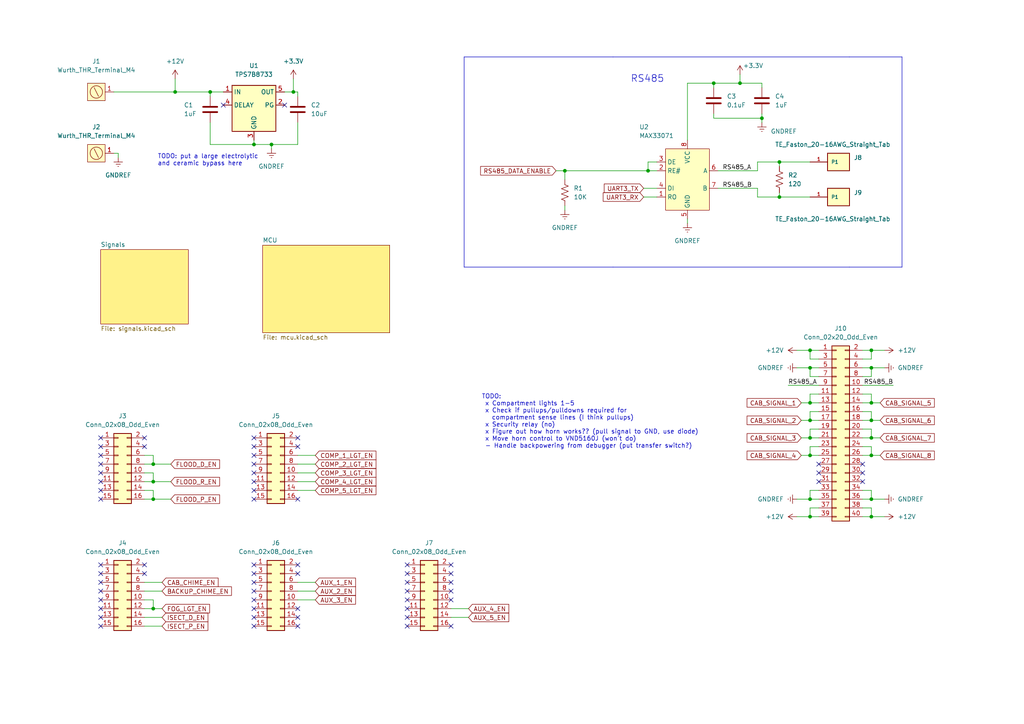
<source format=kicad_sch>
(kicad_sch (version 20230121) (generator eeschema)
  (paper "A4")
  (lib_symbols
    (symbol "Connector_Generic:Conn_02x08_Odd_Even" (pin_names (offset 1.016) hide)
      (property "Reference" "J" (at 1.27 10.16 0))
      (property "Value" "Conn_02x08_Odd_Even" (at 1.27 -12.7 0))
      (symbol "Conn_02x08_Odd_Even_1_1"
        (rectangle (start -1.27 -10.033) (end 0 -10.287) (stroke (width 0.1524)))
        (rectangle (start -1.27 -7.493) (end 0 -7.747) (stroke (width 0.1524)))
        (rectangle (start -1.27 -4.953) (end 0 -5.207) (stroke (width 0.1524)))
        (rectangle (start -1.27 -2.413) (end 0 -2.667) (stroke (width 0.1524)))
        (rectangle (start -1.27 0.127) (end 0 -0.127) (stroke (width 0.1524)))
        (rectangle (start -1.27 2.667) (end 0 2.413) (stroke (width 0.1524)))
        (rectangle (start -1.27 5.207) (end 0 4.953) (stroke (width 0.1524)))
        (rectangle (start -1.27 7.747) (end 0 7.493) (stroke (width 0.1524)))
        (rectangle (start -1.27 8.89) (end 3.81 -11.43) (stroke (width 0.254)) (fill (type background)))
        (rectangle (start 3.81 -10.033) (end 2.54 -10.287) (stroke (width 0.1524)))
        (rectangle (start 3.81 -7.493) (end 2.54 -7.747) (stroke (width 0.1524)))
        (rectangle (start 3.81 -4.953) (end 2.54 -5.207) (stroke (width 0.1524)))
        (rectangle (start 3.81 -2.413) (end 2.54 -2.667) (stroke (width 0.1524)))
        (rectangle (start 3.81 0.127) (end 2.54 -0.127) (stroke (width 0.1524)))
        (rectangle (start 3.81 2.667) (end 2.54 2.413) (stroke (width 0.1524)))
        (rectangle (start 3.81 5.207) (end 2.54 4.953) (stroke (width 0.1524)))
        (rectangle (start 3.81 7.747) (end 2.54 7.493) (stroke (width 0.1524)))
        (pin passive line (at -5.08 7.62 0) (length 3.81) (name "Pin_1") (number "1"))
        (pin passive line (at 7.62 -2.54 180) (length 3.81) (name "Pin_10") (number "10"))
        (pin passive line (at -5.08 -5.08 0) (length 3.81) (name "Pin_11") (number "11"))
        (pin passive line (at 7.62 -5.08 180) (length 3.81) (name "Pin_12") (number "12"))
        (pin passive line (at -5.08 -7.62 0) (length 3.81) (name "Pin_13") (number "13"))
        (pin passive line (at 7.62 -7.62 180) (length 3.81) (name "Pin_14") (number "14"))
        (pin passive line (at -5.08 -10.16 0) (length 3.81) (name "Pin_15") (number "15"))
        (pin passive line (at 7.62 -10.16 180) (length 3.81) (name "Pin_16") (number "16"))
        (pin passive line (at 7.62 7.62 180) (length 3.81) (name "Pin_2") (number "2"))
        (pin passive line (at -5.08 5.08 0) (length 3.81) (name "Pin_3") (number "3"))
        (pin passive line (at 7.62 5.08 180) (length 3.81) (name "Pin_4") (number "4"))
        (pin passive line (at -5.08 2.54 0) (length 3.81) (name "Pin_5") (number "5"))
        (pin passive line (at 7.62 2.54 180) (length 3.81) (name "Pin_6") (number "6"))
        (pin passive line (at -5.08 0 0) (length 3.81) (name "Pin_7") (number "7"))
        (pin passive line (at 7.62 0 180) (length 3.81) (name "Pin_8") (number "8"))
        (pin passive line (at -5.08 -2.54 0) (length 3.81) (name "Pin_9") (number "9"))
      )
    )
    (symbol "Connector_Generic:Conn_02x20_Odd_Even" (pin_names (offset 1.016) hide)
      (property "Reference" "J" (at 1.27 25.4 0))
      (property "Value" "Conn_02x20_Odd_Even" (at 1.27 -27.94 0))
      (symbol "Conn_02x20_Odd_Even_1_1"
        (rectangle (start -1.27 -25.273) (end 0 -25.527) (stroke (width 0.1524)))
        (rectangle (start -1.27 -22.733) (end 0 -22.987) (stroke (width 0.1524)))
        (rectangle (start -1.27 -20.193) (end 0 -20.447) (stroke (width 0.1524)))
        (rectangle (start -1.27 -17.653) (end 0 -17.907) (stroke (width 0.1524)))
        (rectangle (start -1.27 -15.113) (end 0 -15.367) (stroke (width 0.1524)))
        (rectangle (start -1.27 -12.573) (end 0 -12.827) (stroke (width 0.1524)))
        (rectangle (start -1.27 -10.033) (end 0 -10.287) (stroke (width 0.1524)))
        (rectangle (start -1.27 -7.493) (end 0 -7.747) (stroke (width 0.1524)))
        (rectangle (start -1.27 -4.953) (end 0 -5.207) (stroke (width 0.1524)))
        (rectangle (start -1.27 -2.413) (end 0 -2.667) (stroke (width 0.1524)))
        (rectangle (start -1.27 0.127) (end 0 -0.127) (stroke (width 0.1524)))
        (rectangle (start -1.27 2.667) (end 0 2.413) (stroke (width 0.1524)))
        (rectangle (start -1.27 5.207) (end 0 4.953) (stroke (width 0.1524)))
        (rectangle (start -1.27 7.747) (end 0 7.493) (stroke (width 0.1524)))
        (rectangle (start -1.27 10.287) (end 0 10.033) (stroke (width 0.1524)))
        (rectangle (start -1.27 12.827) (end 0 12.573) (stroke (width 0.1524)))
        (rectangle (start -1.27 15.367) (end 0 15.113) (stroke (width 0.1524)))
        (rectangle (start -1.27 17.907) (end 0 17.653) (stroke (width 0.1524)))
        (rectangle (start -1.27 20.447) (end 0 20.193) (stroke (width 0.1524)))
        (rectangle (start -1.27 22.987) (end 0 22.733) (stroke (width 0.1524)))
        (rectangle (start -1.27 24.13) (end 3.81 -26.67) (stroke (width 0.254)) (fill (type background)))
        (rectangle (start 3.81 -25.273) (end 2.54 -25.527) (stroke (width 0.1524)))
        (rectangle (start 3.81 -22.733) (end 2.54 -22.987) (stroke (width 0.1524)))
        (rectangle (start 3.81 -20.193) (end 2.54 -20.447) (stroke (width 0.1524)))
        (rectangle (start 3.81 -17.653) (end 2.54 -17.907) (stroke (width 0.1524)))
        (rectangle (start 3.81 -15.113) (end 2.54 -15.367) (stroke (width 0.1524)))
        (rectangle (start 3.81 -12.573) (end 2.54 -12.827) (stroke (width 0.1524)))
        (rectangle (start 3.81 -10.033) (end 2.54 -10.287) (stroke (width 0.1524)))
        (rectangle (start 3.81 -7.493) (end 2.54 -7.747) (stroke (width 0.1524)))
        (rectangle (start 3.81 -4.953) (end 2.54 -5.207) (stroke (width 0.1524)))
        (rectangle (start 3.81 -2.413) (end 2.54 -2.667) (stroke (width 0.1524)))
        (rectangle (start 3.81 0.127) (end 2.54 -0.127) (stroke (width 0.1524)))
        (rectangle (start 3.81 2.667) (end 2.54 2.413) (stroke (width 0.1524)))
        (rectangle (start 3.81 5.207) (end 2.54 4.953) (stroke (width 0.1524)))
        (rectangle (start 3.81 7.747) (end 2.54 7.493) (stroke (width 0.1524)))
        (rectangle (start 3.81 10.287) (end 2.54 10.033) (stroke (width 0.1524)))
        (rectangle (start 3.81 12.827) (end 2.54 12.573) (stroke (width 0.1524)))
        (rectangle (start 3.81 15.367) (end 2.54 15.113) (stroke (width 0.1524)))
        (rectangle (start 3.81 17.907) (end 2.54 17.653) (stroke (width 0.1524)))
        (rectangle (start 3.81 20.447) (end 2.54 20.193) (stroke (width 0.1524)))
        (rectangle (start 3.81 22.987) (end 2.54 22.733) (stroke (width 0.1524)))
        (pin passive line (at -5.08 22.86 0) (length 3.81) (name "Pin_1") (number "1"))
        (pin passive line (at 7.62 12.7 180) (length 3.81) (name "Pin_10") (number "10"))
        (pin passive line (at -5.08 10.16 0) (length 3.81) (name "Pin_11") (number "11"))
        (pin passive line (at 7.62 10.16 180) (length 3.81) (name "Pin_12") (number "12"))
        (pin passive line (at -5.08 7.62 0) (length 3.81) (name "Pin_13") (number "13"))
        (pin passive line (at 7.62 7.62 180) (length 3.81) (name "Pin_14") (number "14"))
        (pin passive line (at -5.08 5.08 0) (length 3.81) (name "Pin_15") (number "15"))
        (pin passive line (at 7.62 5.08 180) (length 3.81) (name "Pin_16") (number "16"))
        (pin passive line (at -5.08 2.54 0) (length 3.81) (name "Pin_17") (number "17"))
        (pin passive line (at 7.62 2.54 180) (length 3.81) (name "Pin_18") (number "18"))
        (pin passive line (at -5.08 0 0) (length 3.81) (name "Pin_19") (number "19"))
        (pin passive line (at 7.62 22.86 180) (length 3.81) (name "Pin_2") (number "2"))
        (pin passive line (at 7.62 0 180) (length 3.81) (name "Pin_20") (number "20"))
        (pin passive line (at -5.08 -2.54 0) (length 3.81) (name "Pin_21") (number "21"))
        (pin passive line (at 7.62 -2.54 180) (length 3.81) (name "Pin_22") (number "22"))
        (pin passive line (at -5.08 -5.08 0) (length 3.81) (name "Pin_23") (number "23"))
        (pin passive line (at 7.62 -5.08 180) (length 3.81) (name "Pin_24") (number "24"))
        (pin passive line (at -5.08 -7.62 0) (length 3.81) (name "Pin_25") (number "25"))
        (pin passive line (at 7.62 -7.62 180) (length 3.81) (name "Pin_26") (number "26"))
        (pin passive line (at -5.08 -10.16 0) (length 3.81) (name "Pin_27") (number "27"))
        (pin passive line (at 7.62 -10.16 180) (length 3.81) (name "Pin_28") (number "28"))
        (pin passive line (at -5.08 -12.7 0) (length 3.81) (name "Pin_29") (number "29"))
        (pin passive line (at -5.08 20.32 0) (length 3.81) (name "Pin_3") (number "3"))
        (pin passive line (at 7.62 -12.7 180) (length 3.81) (name "Pin_30") (number "30"))
        (pin passive line (at -5.08 -15.24 0) (length 3.81) (name "Pin_31") (number "31"))
        (pin passive line (at 7.62 -15.24 180) (length 3.81) (name "Pin_32") (number "32"))
        (pin passive line (at -5.08 -17.78 0) (length 3.81) (name "Pin_33") (number "33"))
        (pin passive line (at 7.62 -17.78 180) (length 3.81) (name "Pin_34") (number "34"))
        (pin passive line (at -5.08 -20.32 0) (length 3.81) (name "Pin_35") (number "35"))
        (pin passive line (at 7.62 -20.32 180) (length 3.81) (name "Pin_36") (number "36"))
        (pin passive line (at -5.08 -22.86 0) (length 3.81) (name "Pin_37") (number "37"))
        (pin passive line (at 7.62 -22.86 180) (length 3.81) (name "Pin_38") (number "38"))
        (pin passive line (at -5.08 -25.4 0) (length 3.81) (name "Pin_39") (number "39"))
        (pin passive line (at 7.62 20.32 180) (length 3.81) (name "Pin_4") (number "4"))
        (pin passive line (at 7.62 -25.4 180) (length 3.81) (name "Pin_40") (number "40"))
        (pin passive line (at -5.08 17.78 0) (length 3.81) (name "Pin_5") (number "5"))
        (pin passive line (at 7.62 17.78 180) (length 3.81) (name "Pin_6") (number "6"))
        (pin passive line (at -5.08 15.24 0) (length 3.81) (name "Pin_7") (number "7"))
        (pin passive line (at 7.62 15.24 180) (length 3.81) (name "Pin_8") (number "8"))
        (pin passive line (at -5.08 12.7 0) (length 3.81) (name "Pin_9") (number "9"))
      )
    )
    (symbol "Device:C" (pin_numbers hide) (pin_names (offset 0.254))
      (property "Reference" "C" (at 0.635 2.54 0))
      (property "Value" "C" (at 0.635 -2.54 0))
      (symbol "C_0_1"
        (polyline (pts (xy -2.032 -0.762) (xy 2.032 -0.762)) (stroke (width 0.508)))
        (polyline (pts (xy -2.032 0.762) (xy 2.032 0.762)) (stroke (width 0.508)))
      )
      (symbol "C_1_1"
        (pin passive line (at 0 3.81 270) (length 2.794) (name "~") (number "1"))
        (pin passive line (at 0 -3.81 90) (length 2.794) (name "~") (number "2"))
      )
    )
    (symbol "Device:R_US" (pin_numbers hide) (pin_names (offset 0))
      (property "Reference" "R" (at 2.54 0 90))
      (property "Value" "R_US" (at -2.54 0 90))
      (symbol "R_US_0_1"
        (polyline (pts (xy 0 -2.286) (xy 0 -2.54)))
        (polyline (pts (xy 0 2.286) (xy 0 2.54)))
        (polyline (pts (xy 0 -0.762) (xy 1.016 -1.143) (xy 0 -1.524) (xy -1.016 -1.905) (xy 0 -2.286)))
        (polyline (pts (xy 0 0.762) (xy 1.016 0.381) (xy 0 0) (xy -1.016 -0.381) (xy 0 -0.762)))
        (polyline (pts (xy 0 2.286) (xy 1.016 1.905) (xy 0 1.524) (xy -1.016 1.143) (xy 0 0.762)))
      )
      (symbol "R_US_1_1"
        (pin passive line (at 0 3.81 270) (length 1.27) (name "~") (number "1"))
        (pin passive line (at 0 -3.81 90) (length 1.27) (name "~") (number "2"))
      )
    )
    (symbol "Toadly:MAX3307x"
      (property "Reference" "U" (at 5.715 14.605 0))
      (property "Value" "MAX3307x" (at 9.525 12.065 0))
      (symbol "MAX3307x_0_1"
        (rectangle (start -6.35 8.89) (end 6.35 -8.89) (fill (type background)))
      )
      (symbol "MAX3307x_1_1"
        (pin output line (at -8.89 -5.08 0) (length 2.54) (name "RO") (number "1"))
        (pin input line (at -8.89 2.54 0) (length 2.54) (name "RE#") (number "2"))
        (pin input line (at -8.89 5.08 0) (length 2.54) (name "DE") (number "3"))
        (pin input line (at -8.89 -2.54 0) (length 2.54) (name "DI") (number "4"))
        (pin power_in line (at 0 -11.43 90) (length 2.54) (name "GND") (number "5"))
        (pin bidirectional line (at 8.89 2.54 180) (length 2.54) (name "A") (number "6"))
        (pin bidirectional line (at 8.89 -2.54 180) (length 2.54) (name "B") (number "7"))
        (pin power_in line (at 0 11.43 270) (length 2.54) (name "VCC") (number "8"))
      )
    )
    (symbol "Toadly:TE_Faston_20-16AWG_Straight_Tab" (pin_names (offset 1.016))
      (property "Reference" "J" (at -3.81 3.81 0))
      (property "Value" "TE_Faston_20-16AWG_Straight_Tab" (at -5.08 -7.62 0))
      (symbol "TE_Faston_20-16AWG_Straight_Tab_0_0"
        (rectangle (start -2.54 2.54) (end 3.81 -2.54) (stroke (width 0.254)) (fill (type background)))
        (pin passive line (at -7.62 0 0) (length 5.08) (name "P1") (number "1"))
        (pin passive line (at -7.62 0 0) (length 5.08) hide (name "P1") (number "2"))
      )
    )
    (symbol "Toadly:TPS7B8733"
      (property "Reference" "U" (at -4.445 4.445 0))
      (property "Value" "TPS7B8733" (at 5.715 4.445 0))
      (symbol "TPS7B8733_0_1"
        (rectangle (start -6.35 3.175) (end 6.35 -10.16) (stroke (width 0.254)) (fill (type background)))
      )
      (symbol "TPS7B8733_1_1"
        (pin power_in line (at -8.89 1.27 0) (length 2.54) (name "IN") (number "1"))
        (pin output line (at 8.89 -2.54 180) (length 2.54) (name "PG") (number "2"))
        (pin power_in line (at 0 -12.7 90) (length 2.54) (name "GND") (number "3"))
        (pin output line (at -8.89 -2.54 0) (length 2.54) (name "DELAY") (number "4"))
        (pin power_out line (at 8.89 1.27 180) (length 2.54) (name "OUT") (number "5"))
      )
    )
    (symbol "Toadly:Wurth_THR_Terminal_M4"
      (property "Reference" "J" (at -2.54 5.715 0))
      (property "Value" "Wurth_THR_Terminal_M4" (at 8.255 3.81 0))
      (symbol "Wurth_THR_Terminal_M4_0_1"
        (rectangle (start -2.54 2.54) (end 2.54 -2.54) (fill (type background)))
        (polyline (pts (xy -1.27 -0.635) (xy 1.27 0.635)))
        (circle (center 0 0) (radius 1.7961))
      )
      (symbol "Wurth_THR_Terminal_M4_1_1"
        (pin power_in line (at 0 -5.08 90) (length 2.54) (name "") (number "1"))
      )
    )
    (symbol "power:+12V" (power) (pin_names (offset 0))
      (property "Value" "+12V" (at 0 3.556 0))
      (symbol "+12V_0_1"
        (polyline (pts (xy -0.762 1.27) (xy 0 2.54)))
        (polyline (pts (xy 0 0) (xy 0 2.54)))
        (polyline (pts (xy 0 2.54) (xy 0.762 1.27)))
      )
      (symbol "+12V_1_1"
        (pin power_in line (at 0 0 90) (length 0) hide (name "+12V") (number "1"))
      )
    )
    (symbol "power:+3.3V" (power) (pin_names (offset 0))
      (property "Value" "+3.3V" (at 0 3.556 0))
      (symbol "+3.3V_0_1"
        (polyline (pts (xy -0.762 1.27) (xy 0 2.54)))
        (polyline (pts (xy 0 0) (xy 0 2.54)))
        (polyline (pts (xy 0 2.54) (xy 0.762 1.27)))
      )
      (symbol "+3.3V_1_1"
        (pin power_in line (at 0 0 90) (length 0) hide (name "+3.3V") (number "1"))
      )
    )
    (symbol "power:GNDREF" (power) (pin_names (offset 0))
      (property "Value" "GNDREF" (at 0 -3.81 0))
      (symbol "GNDREF_0_1"
        (polyline (pts (xy -0.635 -1.905) (xy 0.635 -1.905)))
        (polyline (pts (xy -0.127 -2.54) (xy 0.127 -2.54)))
        (polyline (pts (xy 0 -1.27) (xy 0 0)))
        (polyline (pts (xy 1.27 -1.27) (xy -1.27 -1.27)))
      )
      (symbol "GNDREF_1_1"
        (pin power_in line (at 0 0 270) (length 0) hide (name "GNDREF") (number "1"))
      )
    )
  )
  (junction (at 252.73 132.08))
  (junction (at 234.95 127))
  (junction (at 226.06 46.99))
  (junction (at 44.45 134.62))
  (junction (at 44.45 139.7))
  (junction (at 220.98 34.29))
  (junction (at 78.74 41.91))
  (junction (at 60.96 26.67))
  (junction (at 44.45 176.53))
  (junction (at 234.95 101.6))
  (junction (at 252.73 101.6))
  (junction (at 163.83 49.53))
  (junction (at 252.73 121.92))
  (junction (at 50.8 26.67))
  (junction (at 234.95 132.08))
  (junction (at 226.06 57.15))
  (junction (at 85.09 26.67))
  (junction (at 234.95 149.86))
  (junction (at 187.96 49.53))
  (junction (at 252.73 116.84))
  (junction (at 214.63 24.13))
  (junction (at 234.95 144.78))
  (junction (at 252.73 127))
  (junction (at 252.73 106.68))
  (junction (at 234.95 116.84))
  (junction (at 252.73 144.78))
  (junction (at 73.66 41.91))
  (junction (at 234.95 121.92))
  (junction (at 207.01 24.13))
  (junction (at 252.73 149.86))
  (junction (at 44.45 144.78))
  (junction (at 234.95 106.68))
  (no_connect (at 130.81 181.61))
  (no_connect (at 86.36 166.37))
  (no_connect (at 29.21 129.54))
  (no_connect (at 73.66 176.53))
  (no_connect (at 118.11 181.61))
  (no_connect (at 29.21 134.62))
  (no_connect (at 73.66 137.16))
  (no_connect (at 41.91 127))
  (no_connect (at 29.21 179.07))
  (no_connect (at 41.91 129.54))
  (no_connect (at 29.21 142.24))
  (no_connect (at 41.91 166.37))
  (no_connect (at 73.66 127))
  (no_connect (at 130.81 173.99))
  (no_connect (at 118.11 168.91))
  (no_connect (at 73.66 139.7))
  (no_connect (at 130.81 168.91))
  (no_connect (at 41.91 163.83))
  (no_connect (at 73.66 163.83))
  (no_connect (at 118.11 166.37))
  (no_connect (at 29.21 163.83))
  (no_connect (at 73.66 171.45))
  (no_connect (at 130.81 166.37))
  (no_connect (at 130.81 163.83))
  (no_connect (at 73.66 173.99))
  (no_connect (at 237.49 134.62))
  (no_connect (at 73.66 179.07))
  (no_connect (at 29.21 127))
  (no_connect (at 29.21 132.08))
  (no_connect (at 118.11 179.07))
  (no_connect (at 82.55 30.48))
  (no_connect (at 29.21 137.16))
  (no_connect (at 29.21 176.53))
  (no_connect (at 237.49 139.7))
  (no_connect (at 250.19 134.62))
  (no_connect (at 250.19 137.16))
  (no_connect (at 86.36 181.61))
  (no_connect (at 73.66 168.91))
  (no_connect (at 86.36 179.07))
  (no_connect (at 29.21 181.61))
  (no_connect (at 73.66 142.24))
  (no_connect (at 73.66 144.78))
  (no_connect (at 73.66 129.54))
  (no_connect (at 86.36 129.54))
  (no_connect (at 86.36 144.78))
  (no_connect (at 130.81 171.45))
  (no_connect (at 64.77 30.48))
  (no_connect (at 73.66 166.37))
  (no_connect (at 29.21 139.7))
  (no_connect (at 250.19 139.7))
  (no_connect (at 73.66 181.61))
  (no_connect (at 118.11 173.99))
  (no_connect (at 118.11 163.83))
  (no_connect (at 86.36 176.53))
  (no_connect (at 29.21 144.78))
  (no_connect (at 73.66 132.08))
  (no_connect (at 118.11 176.53))
  (no_connect (at 237.49 137.16))
  (no_connect (at 118.11 171.45))
  (no_connect (at 29.21 166.37))
  (no_connect (at 86.36 127))
  (no_connect (at 86.36 163.83))
  (no_connect (at 29.21 171.45))
  (no_connect (at 73.66 134.62))
  (no_connect (at 29.21 168.91))
  (no_connect (at 29.21 173.99))
  (polyline (pts (xy 134.62 77.47) (xy 177.8 77.47)))
  (wire (pts (xy 232.41 121.92) (xy 234.95 121.92)))
  (wire (pts (xy 186.69 54.61) (xy 190.5 54.61)))
  (polyline (pts (xy 177.8 16.51) (xy 246.38 16.51)))
  (wire (pts (xy 219.71 46.99) (xy 226.06 46.99)))
  (wire (pts (xy 234.95 124.46) (xy 234.95 127)))
  (wire (pts (xy 237.49 124.46) (xy 234.95 124.46)))
  (wire (pts (xy 214.63 24.13) (xy 220.98 24.13)))
  (wire (pts (xy 252.73 116.84) (xy 250.19 116.84)))
  (wire (pts (xy 41.91 137.16) (xy 44.45 137.16)))
  (wire (pts (xy 86.36 142.24) (xy 91.44 142.24)))
  (wire (pts (xy 86.36 35.56) (xy 86.36 41.91)))
  (wire (pts (xy 73.66 40.64) (xy 73.66 41.91)))
  (wire (pts (xy 220.98 24.13) (xy 220.98 25.4)))
  (wire (pts (xy 41.91 134.62) (xy 44.45 134.62)))
  (wire (pts (xy 252.73 124.46) (xy 252.73 127)))
  (wire (pts (xy 187.96 46.99) (xy 187.96 49.53)))
  (wire (pts (xy 252.73 119.38) (xy 252.73 121.92)))
  (wire (pts (xy 234.95 109.22) (xy 234.95 106.68)))
  (wire (pts (xy 214.63 21.59) (xy 214.63 24.13)))
  (wire (pts (xy 237.49 147.32) (xy 234.95 147.32)))
  (wire (pts (xy 252.73 114.3) (xy 252.73 116.84)))
  (wire (pts (xy 234.95 116.84) (xy 237.49 116.84)))
  (wire (pts (xy 130.81 176.53) (xy 135.89 176.53)))
  (wire (pts (xy 252.73 147.32) (xy 252.73 149.86)))
  (wire (pts (xy 234.95 144.78) (xy 237.49 144.78)))
  (wire (pts (xy 237.49 101.6) (xy 234.95 101.6)))
  (wire (pts (xy 237.49 114.3) (xy 234.95 114.3)))
  (wire (pts (xy 163.83 49.53) (xy 187.96 49.53)))
  (wire (pts (xy 60.96 41.91) (xy 73.66 41.91)))
  (wire (pts (xy 234.95 147.32) (xy 234.95 149.86)))
  (wire (pts (xy 41.91 142.24) (xy 44.45 142.24)))
  (wire (pts (xy 219.71 57.15) (xy 226.06 57.15)))
  (wire (pts (xy 44.45 137.16) (xy 44.45 139.7)))
  (wire (pts (xy 44.45 132.08) (xy 44.45 134.62)))
  (polyline (pts (xy 246.38 77.47) (xy 261.62 77.47)))
  (wire (pts (xy 44.45 173.99) (xy 44.45 176.53)))
  (wire (pts (xy 41.91 173.99) (xy 44.45 173.99)))
  (wire (pts (xy 252.73 129.54) (xy 252.73 132.08)))
  (wire (pts (xy 250.19 149.86) (xy 252.73 149.86)))
  (wire (pts (xy 226.06 46.99) (xy 226.06 48.26)))
  (wire (pts (xy 190.5 49.53) (xy 187.96 49.53)))
  (wire (pts (xy 85.09 26.67) (xy 86.36 26.67)))
  (wire (pts (xy 44.45 176.53) (xy 46.99 176.53)))
  (wire (pts (xy 232.41 116.84) (xy 234.95 116.84)))
  (wire (pts (xy 252.73 101.6) (xy 256.54 101.6)))
  (wire (pts (xy 41.91 168.91) (xy 46.99 168.91)))
  (wire (pts (xy 86.36 137.16) (xy 91.44 137.16)))
  (wire (pts (xy 207.01 24.13) (xy 214.63 24.13)))
  (wire (pts (xy 228.6 111.76) (xy 237.49 111.76)))
  (wire (pts (xy 232.41 132.08) (xy 234.95 132.08)))
  (wire (pts (xy 252.73 109.22) (xy 252.73 106.68)))
  (wire (pts (xy 234.95 129.54) (xy 234.95 132.08)))
  (wire (pts (xy 237.49 104.14) (xy 234.95 104.14)))
  (wire (pts (xy 232.41 127) (xy 234.95 127)))
  (wire (pts (xy 86.36 26.67) (xy 86.36 27.94)))
  (wire (pts (xy 86.36 139.7) (xy 91.44 139.7)))
  (wire (pts (xy 207.01 33.02) (xy 207.01 34.29)))
  (wire (pts (xy 250.19 109.22) (xy 252.73 109.22)))
  (polyline (pts (xy 134.62 77.47) (xy 134.62 16.51)))
  (wire (pts (xy 44.45 139.7) (xy 49.53 139.7)))
  (wire (pts (xy 226.06 57.15) (xy 234.95 57.15)))
  (wire (pts (xy 234.95 119.38) (xy 234.95 121.92)))
  (wire (pts (xy 252.73 144.78) (xy 256.54 144.78)))
  (wire (pts (xy 250.19 124.46) (xy 252.73 124.46)))
  (wire (pts (xy 220.98 34.29) (xy 220.98 35.56)))
  (wire (pts (xy 252.73 121.92) (xy 250.19 121.92)))
  (wire (pts (xy 234.95 144.78) (xy 234.95 142.24)))
  (wire (pts (xy 237.49 109.22) (xy 234.95 109.22)))
  (polyline (pts (xy 246.38 16.51) (xy 261.62 16.51)))
  (wire (pts (xy 250.19 119.38) (xy 252.73 119.38)))
  (wire (pts (xy 86.36 134.62) (xy 91.44 134.62)))
  (wire (pts (xy 237.49 106.68) (xy 234.95 106.68)))
  (wire (pts (xy 234.95 101.6) (xy 231.14 101.6)))
  (wire (pts (xy 44.45 144.78) (xy 49.53 144.78)))
  (wire (pts (xy 255.27 116.84) (xy 252.73 116.84)))
  (wire (pts (xy 60.96 35.56) (xy 60.96 41.91)))
  (wire (pts (xy 250.19 104.14) (xy 252.73 104.14)))
  (wire (pts (xy 207.01 24.13) (xy 207.01 25.4)))
  (wire (pts (xy 73.66 41.91) (xy 78.74 41.91)))
  (wire (pts (xy 86.36 173.99) (xy 91.44 173.99)))
  (wire (pts (xy 231.14 144.78) (xy 234.95 144.78)))
  (wire (pts (xy 33.02 26.67) (xy 50.8 26.67)))
  (wire (pts (xy 237.49 129.54) (xy 234.95 129.54)))
  (wire (pts (xy 252.73 106.68) (xy 256.54 106.68)))
  (wire (pts (xy 199.39 24.13) (xy 207.01 24.13)))
  (wire (pts (xy 208.28 49.53) (xy 219.71 49.53)))
  (wire (pts (xy 250.19 114.3) (xy 252.73 114.3)))
  (wire (pts (xy 250.19 106.68) (xy 252.73 106.68)))
  (wire (pts (xy 86.36 171.45) (xy 91.44 171.45)))
  (wire (pts (xy 78.74 41.91) (xy 78.74 43.18)))
  (wire (pts (xy 44.45 134.62) (xy 49.53 134.62)))
  (wire (pts (xy 255.27 127) (xy 252.73 127)))
  (wire (pts (xy 234.95 104.14) (xy 234.95 101.6)))
  (wire (pts (xy 231.14 149.86) (xy 234.95 149.86)))
  (wire (pts (xy 226.06 55.88) (xy 226.06 57.15)))
  (wire (pts (xy 208.28 54.61) (xy 219.71 54.61)))
  (wire (pts (xy 199.39 63.5) (xy 199.39 64.77)))
  (wire (pts (xy 255.27 121.92) (xy 252.73 121.92)))
  (polyline (pts (xy 134.62 16.51) (xy 177.8 16.51)))
  (wire (pts (xy 41.91 176.53) (xy 44.45 176.53)))
  (wire (pts (xy 226.06 46.99) (xy 234.95 46.99)))
  (wire (pts (xy 219.71 49.53) (xy 219.71 46.99)))
  (wire (pts (xy 237.49 119.38) (xy 234.95 119.38)))
  (wire (pts (xy 250.19 142.24) (xy 252.73 142.24)))
  (wire (pts (xy 163.83 49.53) (xy 163.83 52.07)))
  (wire (pts (xy 220.98 33.02) (xy 220.98 34.29)))
  (wire (pts (xy 234.95 121.92) (xy 237.49 121.92)))
  (wire (pts (xy 60.96 26.67) (xy 64.77 26.67)))
  (wire (pts (xy 86.36 168.91) (xy 91.44 168.91)))
  (wire (pts (xy 234.95 142.24) (xy 237.49 142.24)))
  (wire (pts (xy 41.91 179.07) (xy 46.99 179.07)))
  (wire (pts (xy 41.91 171.45) (xy 46.99 171.45)))
  (wire (pts (xy 207.01 34.29) (xy 220.98 34.29)))
  (wire (pts (xy 252.73 104.14) (xy 252.73 101.6)))
  (wire (pts (xy 78.74 41.91) (xy 86.36 41.91)))
  (wire (pts (xy 252.73 127) (xy 250.19 127)))
  (wire (pts (xy 250.19 144.78) (xy 252.73 144.78)))
  (wire (pts (xy 255.27 132.08) (xy 252.73 132.08)))
  (wire (pts (xy 219.71 54.61) (xy 219.71 57.15)))
  (wire (pts (xy 234.95 106.68) (xy 231.14 106.68)))
  (wire (pts (xy 44.45 142.24) (xy 44.45 144.78)))
  (wire (pts (xy 252.73 149.86) (xy 256.54 149.86)))
  (wire (pts (xy 187.96 46.99) (xy 190.5 46.99)))
  (wire (pts (xy 41.91 181.61) (xy 46.99 181.61)))
  (wire (pts (xy 41.91 132.08) (xy 44.45 132.08)))
  (wire (pts (xy 34.29 44.45) (xy 34.29 45.72)))
  (wire (pts (xy 60.96 26.67) (xy 60.96 27.94)))
  (wire (pts (xy 250.19 111.76) (xy 259.08 111.76)))
  (wire (pts (xy 234.95 149.86) (xy 237.49 149.86)))
  (wire (pts (xy 163.83 59.69) (xy 163.83 60.96)))
  (wire (pts (xy 252.73 132.08) (xy 250.19 132.08)))
  (wire (pts (xy 234.95 114.3) (xy 234.95 116.84)))
  (wire (pts (xy 161.29 49.53) (xy 163.83 49.53)))
  (polyline (pts (xy 246.38 77.47) (xy 177.8 77.47)))
  (wire (pts (xy 250.19 147.32) (xy 252.73 147.32)))
  (wire (pts (xy 41.91 144.78) (xy 44.45 144.78)))
  (wire (pts (xy 250.19 129.54) (xy 252.73 129.54)))
  (wire (pts (xy 41.91 139.7) (xy 44.45 139.7)))
  (wire (pts (xy 234.95 127) (xy 237.49 127)))
  (wire (pts (xy 250.19 101.6) (xy 252.73 101.6)))
  (wire (pts (xy 50.8 22.86) (xy 50.8 26.67)))
  (wire (pts (xy 130.81 179.07) (xy 135.89 179.07)))
  (wire (pts (xy 82.55 26.67) (xy 85.09 26.67)))
  (wire (pts (xy 252.73 142.24) (xy 252.73 144.78)))
  (wire (pts (xy 199.39 24.13) (xy 199.39 40.64)))
  (wire (pts (xy 86.36 132.08) (xy 91.44 132.08)))
  (wire (pts (xy 234.95 132.08) (xy 237.49 132.08)))
  (wire (pts (xy 50.8 26.67) (xy 60.96 26.67)))
  (wire (pts (xy 33.02 44.45) (xy 34.29 44.45)))
  (wire (pts (xy 186.69 57.15) (xy 190.5 57.15)))
  (polyline (pts (xy 261.62 16.51) (xy 261.62 77.47)))
  (wire (pts (xy 85.09 22.86) (xy 85.09 26.67)))
  (text "TODO: put a large electrolytic\nand ceramic bypass here" (at 45.72 48.26 0) (effects (font (size 1.27 1.27)) (justify left bottom)))
  (text "TODO:\n x Compartment lights 1-5\n x Check if pullups/pulldowns required for\n   compartment sense lines (I think pullups)\n x Security relay (no)\n x Figure out how horn works?? (pull signal to GND, use diode)\n x Move horn control to VND5160J (won't do)\n - Handle backpowering from debugger (put transfer switch?)" (at 139.7 130.175 0) (effects (font (size 1.27 1.27)) (justify left bottom)))
  (text "RS485" (at 182.88 24.13 0) (effects (font (size 2 2)) (justify left bottom)))
  (label "RS485_B" (at 209.55 54.61 0))
  (label "RS485_A" (at 228.6 111.76 0))
  (label "RS485_B" (at 259.08 111.76 180))
  (label "RS485_A" (at 209.55 49.53 0))
  (global_label "CAB_SIGNAL_5" (shape input) (at 255.27 116.84 0) (property "Intersheetrefs" "${INTERSHEET_REFS}" (effects hide)))
  (global_label "UART3_RX" (shape input) (at 186.69 57.15 180) (property "Intersheetrefs" "${INTERSHEET_REFS}" (effects hide)))
  (global_label "FLOOD_P_EN" (shape input) (at 49.53 144.78 0) (property "Intersheetrefs" "${INTERSHEET_REFS}" (effects hide)))
  (global_label "CAB_SIGNAL_3" (shape input) (at 232.41 127 180) (property "Intersheetrefs" "${INTERSHEET_REFS}" (effects hide)))
  (global_label "CAB_SIGNAL_7" (shape input) (at 255.27 127 0) (property "Intersheetrefs" "${INTERSHEET_REFS}" (effects hide)))
  (global_label "COMP_4_LGT_EN" (shape input) (at 91.44 139.7 0) (property "Intersheetrefs" "${INTERSHEET_REFS}" (effects hide)))
  (global_label "FLOOD_D_EN" (shape input) (at 49.53 134.62 0) (property "Intersheetrefs" "${INTERSHEET_REFS}" (effects hide)))
  (global_label "AUX_4_EN" (shape input) (at 135.89 176.53 0) (property "Intersheetrefs" "${INTERSHEET_REFS}" (effects hide)))
  (global_label "CAB_SIGNAL_8" (shape input) (at 255.27 132.08 0) (property "Intersheetrefs" "${INTERSHEET_REFS}" (effects hide)))
  (global_label "AUX_2_EN" (shape input) (at 91.44 171.45 0) (property "Intersheetrefs" "${INTERSHEET_REFS}" (effects hide)))
  (global_label "UART3_TX" (shape input) (at 186.69 54.61 180) (property "Intersheetrefs" "${INTERSHEET_REFS}" (effects hide)))
  (global_label "COMP_5_LGT_EN" (shape input) (at 91.44 142.24 0) (property "Intersheetrefs" "${INTERSHEET_REFS}" (effects hide)))
  (global_label "CAB_SIGNAL_6" (shape input) (at 255.27 121.92 0) (property "Intersheetrefs" "${INTERSHEET_REFS}" (effects hide)))
  (global_label "BACKUP_CHIME_EN" (shape input) (at 46.99 171.45 0) (property "Intersheetrefs" "${INTERSHEET_REFS}" (effects hide)))
  (global_label "FOG_LGT_EN" (shape input) (at 46.99 176.53 0) (property "Intersheetrefs" "${INTERSHEET_REFS}" (effects hide)))
  (global_label "CAB_SIGNAL_2" (shape input) (at 232.41 121.92 180) (property "Intersheetrefs" "${INTERSHEET_REFS}" (effects hide)))
  (global_label "CAB_SIGNAL_1" (shape input) (at 232.41 116.84 180) (property "Intersheetrefs" "${INTERSHEET_REFS}" (effects hide)))
  (global_label "COMP_3_LGT_EN" (shape input) (at 91.44 137.16 0) (property "Intersheetrefs" "${INTERSHEET_REFS}" (effects hide)))
  (global_label "COMP_1_LGT_EN" (shape input) (at 91.44 132.08 0) (property "Intersheetrefs" "${INTERSHEET_REFS}" (effects hide)))
  (global_label "COMP_2_LGT_EN" (shape input) (at 91.44 134.62 0) (property "Intersheetrefs" "${INTERSHEET_REFS}" (effects hide)))
  (global_label "AUX_5_EN" (shape input) (at 135.89 179.07 0) (property "Intersheetrefs" "${INTERSHEET_REFS}" (effects hide)))
  (global_label "RS485_DATA_ENABLE" (shape input) (at 161.29 49.53 180) (property "Intersheetrefs" "${INTERSHEET_REFS}" (effects hide)))
  (global_label "ISECT_P_EN" (shape input) (at 46.99 181.61 0) (property "Intersheetrefs" "${INTERSHEET_REFS}" (effects hide)))
  (global_label "CAB_CHIME_EN" (shape input) (at 46.99 168.91 0) (property "Intersheetrefs" "${INTERSHEET_REFS}" (effects hide)))
  (global_label "FLOOD_R_EN" (shape input) (at 49.53 139.7 0) (property "Intersheetrefs" "${INTERSHEET_REFS}" (effects hide)))
  (global_label "CAB_SIGNAL_4" (shape input) (at 232.41 132.08 180) (property "Intersheetrefs" "${INTERSHEET_REFS}" (effects hide)))
  (global_label "ISECT_D_EN" (shape input) (at 46.99 179.07 0) (property "Intersheetrefs" "${INTERSHEET_REFS}" (effects hide)))
  (global_label "AUX_1_EN" (shape input) (at 91.44 168.91 0) (property "Intersheetrefs" "${INTERSHEET_REFS}" (effects hide)))
  (global_label "AUX_3_EN" (shape input) (at 91.44 173.99 0) (property "Intersheetrefs" "${INTERSHEET_REFS}" (effects hide)))
  (symbol (lib_id "Device:C") (at 86.36 31.75 0) (unit 1)
    (property "Reference" "C2" (at 90.17 30.4799 0) (effects (justify left)))
    (property "Value" "10uF" (at 90.17 33.0199 0) (effects (justify left)))
    (property "Footprint" "Capacitor_SMD:C_0805_2012Metric_Pad1.18x1.45mm_HandSolder" (effects hide))
  )
  (symbol (lib_id "power:GNDREF") (at 256.54 106.68 90) (mirror x) (unit 1)
    (property "Reference" "#PWR014" (effects hide))
    (property "Value" "GNDREF" (at 260.35 106.6801 90) (effects (justify right)))
  )
  (symbol (lib_id "power:+3.3V") (at 214.63 21.59 0) (unit 1)
    (property "Reference" "#PWR07" (effects hide))
    (property "Value" "+3.3V" (at 218.44 19.05 0))
  )
  (symbol (lib_id "power:GNDREF") (at 220.98 35.56 0) (unit 1)
    (property "Reference" "#PWR08" (effects hide))
    (property "Value" "GNDREF" (at 227.33 38.1 0))
  )
  (symbol (lib_id "power:GNDREF") (at 199.39 64.77 0) (unit 1)
    (property "Reference" "#PWR06" (effects hide))
    (property "Value" "GNDREF" (at 199.39 69.85 0))
  )
  (symbol (lib_id "power:GNDREF") (at 256.54 144.78 90) (unit 1)
    (property "Reference" "#PWR015" (effects hide))
    (property "Value" "GNDREF" (at 260.35 144.7799 90) (effects (justify right)))
  )
  (symbol (lib_id "Connector_Generic:Conn_02x08_Odd_Even") (at 78.74 171.45 0) (unit 1)
    (property "Reference" "J6" (at 80.01 157.48 0))
    (property "Value" "Conn_02x08_Odd_Even" (at 80.01 160.02 0))
    (property "Footprint" "Connector_PinHeader_2.54mm:PinHeader_2x08_P2.54mm_Vertical" (effects hide))
  )
  (symbol (lib_id "power:GNDREF") (at 163.83 60.96 0) (unit 1)
    (property "Reference" "#PWR05" (effects hide))
    (property "Value" "GNDREF" (at 163.83 66.04 0))
  )
  (symbol (lib_id "power:GNDREF") (at 34.29 45.72 0) (unit 1)
    (property "Reference" "#PWR01" (effects hide))
    (property "Value" "GNDREF" (at 34.29 50.8 0))
  )
  (symbol (lib_id "Connector_Generic:Conn_02x08_Odd_Even") (at 34.29 171.45 0) (unit 1)
    (property "Reference" "J4" (at 35.56 157.48 0))
    (property "Value" "Conn_02x08_Odd_Even" (at 35.56 160.02 0))
    (property "Footprint" "Connector_PinHeader_2.54mm:PinHeader_2x08_P2.54mm_Vertical" (effects hide))
  )
  (symbol (lib_id "Connector_Generic:Conn_02x20_Odd_Even") (at 242.57 124.46 0) (unit 1)
    (property "Reference" "J10" (at 243.84 95.25 0))
    (property "Value" "Conn_02x20_Odd_Even" (at 243.84 97.79 0))
    (property "Footprint" "Connector_PinHeader_2.54mm:PinHeader_2x20_P2.54mm_Vertical" (effects hide))
  )
  (symbol (lib_id "Toadly:TPS7B8733") (at 73.66 27.94 0) (unit 1)
    (property "Reference" "U1" (at 73.66 19.05 0))
    (property "Value" "TPS7B8733" (at 73.66 21.59 0))
    (property "Footprint" "Package_TO_SOT_SMD:TO-252-5_TabPin3" (effects hide))
  )
  (symbol (lib_id "power:+12V") (at 256.54 149.86 270) (unit 1)
    (property "Reference" "#PWR016" (effects hide))
    (property "Value" "+12V" (at 260.35 149.8599 90) (effects (justify left)))
  )
  (symbol (lib_id "Connector_Generic:Conn_02x08_Odd_Even") (at 34.29 134.62 0) (unit 1)
    (property "Reference" "J3" (at 35.56 120.65 0))
    (property "Value" "Conn_02x08_Odd_Even" (at 35.56 123.19 0))
    (property "Footprint" "Connector_PinHeader_2.54mm:PinHeader_2x08_P2.54mm_Vertical" (effects hide))
  )
  (symbol (lib_id "power:+12V") (at 231.14 149.86 90) (unit 1)
    (property "Reference" "#PWR012" (effects hide))
    (property "Value" "+12V" (at 227.33 149.8599 90) (effects (justify left)))
  )
  (symbol (lib_id "Toadly:TE_Faston_20-16AWG_Straight_Tab") (at 242.57 46.99 0) (unit 1)
    (property "Reference" "J8" (at 247.65 45.7199 0) (effects (justify left)))
    (property "Value" "TE_Faston_20-16AWG_Straight_Tab" (at 224.79 41.91 0) (effects (justify left)))
    (property "Footprint" "TE_Faston_20-16AWG_Straight_Tab" (effects hide))
    (property "Comment" "Faston" (effects hide))
  )
  (symbol (lib_id "Device:R_US") (at 163.83 55.88 0) (unit 1)
    (property "Reference" "R1" (at 166.37 54.61 0) (effects (justify left)))
    (property "Value" "10K" (at 166.37 57.15 0) (effects (justify left)))
    (property "Footprint" "Resistor_SMD:R_0805_2012Metric_Pad1.20x1.40mm_HandSolder" (effects hide))
  )
  (symbol (lib_id "Device:R_US") (at 226.06 52.07 0) (unit 1)
    (property "Reference" "R2" (at 228.6 50.8 0) (effects (justify left)))
    (property "Value" "120" (at 228.6 53.34 0) (effects (justify left)))
    (property "Footprint" "Resistor_SMD:R_0805_2012Metric_Pad1.20x1.40mm_HandSolder" (effects hide))
  )
  (symbol (lib_id "Connector_Generic:Conn_02x08_Odd_Even") (at 123.19 171.45 0) (unit 1)
    (property "Reference" "J7" (at 124.46 157.48 0))
    (property "Value" "Conn_02x08_Odd_Even" (at 124.46 160.02 0))
    (property "Footprint" "Connector_PinHeader_2.54mm:PinHeader_2x08_P2.54mm_Vertical" (effects hide))
  )
  (symbol (lib_id "power:+3.3V") (at 85.09 22.86 0) (unit 1)
    (property "Reference" "#PWR04" (effects hide))
    (property "Value" "+3.3V" (at 85.09 17.78 0))
  )
  (symbol (lib_id "Device:C") (at 60.96 31.75 0) (mirror y) (unit 1)
    (property "Reference" "C1" (at 53.34 30.48 0) (effects (justify right)))
    (property "Value" "1uF" (at 53.34 33.02 0) (effects (justify right)))
    (property "Footprint" "Capacitor_SMD:C_0805_2012Metric_Pad1.18x1.45mm_HandSolder" (effects hide))
  )
  (symbol (lib_id "Toadly:MAX3307x") (at 199.39 52.07 0) (unit 1)
    (property "Reference" "U2" (at 185.42 36.83 0) (effects (justify left)))
    (property "Value" "MAX33071" (at 185.42 39.37 0) (effects (justify left)))
    (property "Footprint" "Package_SO:SO-8_3.9x4.9mm_P1.27mm" (effects hide))
    (property "Datasheet" "https://www.analog.com/media/en/technical-documentation/data-sheets/MAX33070E-MAX33074E.pdf" (effects hide))
  )
  (symbol (lib_id "power:GNDREF") (at 78.74 43.18 0) (unit 1)
    (property "Reference" "#PWR03" (effects hide))
    (property "Value" "GNDREF" (at 78.74 48.26 0))
  )
  (symbol (lib_id "power:+12V") (at 256.54 101.6 270) (mirror x) (unit 1)
    (property "Reference" "#PWR013" (effects hide))
    (property "Value" "+12V" (at 260.35 101.6001 90) (effects (justify left)))
  )
  (symbol (lib_id "Toadly:Wurth_THR_Terminal_M4") (at 27.94 44.45 90) (unit 1)
    (property "Reference" "J2" (at 27.94 36.83 90))
    (property "Value" "Wurth_THR_Terminal_M4" (at 27.94 39.37 90))
    (property "Footprint" "Toadly:Wurth_THR_Terminal_M4" (effects hide))
    (property "Datasheet" "https://www.we-online.com/components/products/datasheet/74651174R.pdf" (effects hide))
  )
  (symbol (lib_id "Connector_Generic:Conn_02x08_Odd_Even") (at 78.74 134.62 0) (unit 1)
    (property "Reference" "J5" (at 80.01 120.65 0))
    (property "Value" "Conn_02x08_Odd_Even" (at 80.01 123.19 0))
    (property "Footprint" "Connector_PinHeader_2.54mm:PinHeader_2x08_P2.54mm_Vertical" (effects hide))
  )
  (symbol (lib_id "power:+12V") (at 231.14 101.6 90) (unit 1)
    (property "Reference" "#PWR09" (effects hide))
    (property "Value" "+12V" (at 227.33 101.6001 90) (effects (justify left)))
  )
  (symbol (lib_id "Device:C") (at 207.01 29.21 0) (unit 1)
    (property "Reference" "C3" (at 210.82 27.9399 0) (effects (justify left)))
    (property "Value" "0.1uF" (at 210.82 30.4799 0) (effects (justify left)))
    (property "Footprint" "Capacitor_SMD:C_0805_2012Metric_Pad1.18x1.45mm_HandSolder" (effects hide))
  )
  (symbol (lib_id "Device:C") (at 220.98 29.21 0) (unit 1)
    (property "Reference" "C4" (at 224.79 27.9399 0) (effects (justify left)))
    (property "Value" "1uF" (at 224.79 30.4799 0) (effects (justify left)))
    (property "Footprint" "Capacitor_SMD:C_0805_2012Metric_Pad1.18x1.45mm_HandSolder" (effects hide))
  )
  (symbol (lib_id "power:GNDREF") (at 231.14 144.78 270) (unit 1)
    (property "Reference" "#PWR011" (effects hide))
    (property "Value" "GNDREF" (at 219.71 144.78 90) (effects (justify left)))
  )
  (symbol (lib_id "Toadly:TE_Faston_20-16AWG_Straight_Tab") (at 242.57 57.15 0) (unit 1)
    (property "Reference" "J9" (at 247.65 55.8799 0) (effects (justify left)))
    (property "Value" "TE_Faston_20-16AWG_Straight_Tab" (at 224.79 63.5 0) (effects (justify left)))
    (property "Footprint" "TE_Faston_20-16AWG_Straight_Tab" (effects hide))
    (property "Comment" "Faston" (effects hide))
  )
  (symbol (lib_id "power:GNDREF") (at 231.14 106.68 270) (unit 1)
    (property "Reference" "#PWR010" (effects hide))
    (property "Value" "GNDREF" (at 227.33 106.6801 90) (effects (justify right)))
  )
  (symbol (lib_id "Toadly:Wurth_THR_Terminal_M4") (at 27.94 26.67 90) (unit 1)
    (property "Reference" "J1" (at 27.94 17.78 90))
    (property "Value" "Wurth_THR_Terminal_M4" (at 27.94 20.32 90))
    (property "Footprint" "Toadly:Wurth_THR_Terminal_M4" (effects hide))
    (property "Datasheet" "https://www.we-online.com/components/products/datasheet/74651174R.pdf" (effects hide))
  )
  (symbol (lib_id "power:+12V") (at 50.8 22.86 0) (unit 1)
    (property "Reference" "#PWR02" (effects hide))
    (property "Value" "+12V" (at 50.8 17.78 0))
  )
  (sheet (at 76.2 71.12) (size 36.83 25.4) (stroke (width 0.1524)) (fill (color 255 242 138 1.0000))
    (property "Sheetname" "MCU" (at 76.2 70.4084 0) (effects (justify left bottom)))
    (property "Sheetfile" "mcu.kicad_sch" (at 76.2 97.1046 0) (effects (justify left top)))
  )
  (sheet (at 29.21 72.39) (size 25.4 21.59) (stroke (width 0.1524)) (fill (color 255 242 138 1.0000))
    (property "Sheetname" "Signals" (at 29.21 71.6784 0) (effects (justify left bottom)))
    (property "Sheetfile" "signals.kicad_sch" (at 29.21 94.5646 0) (effects (justify left top)))
  )
)
</source>
